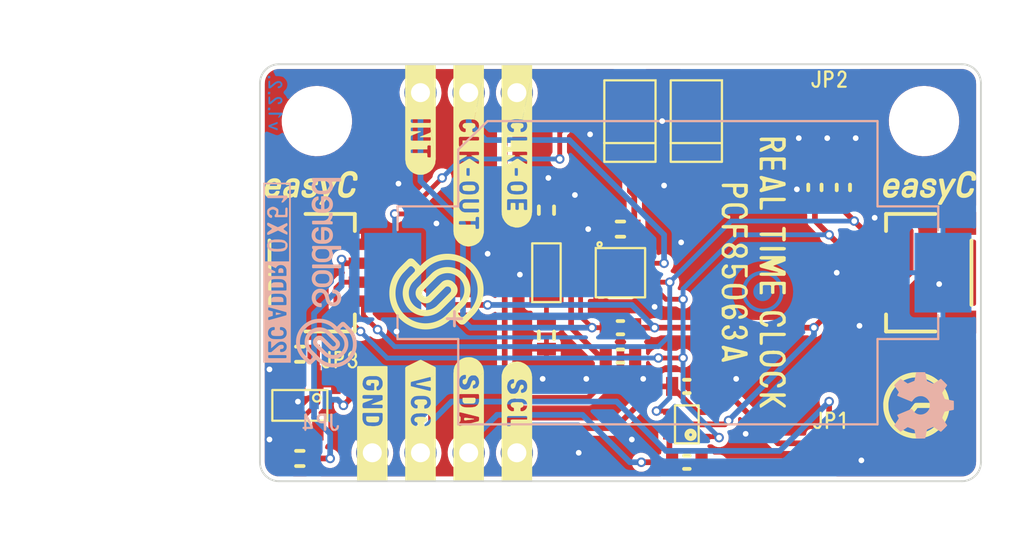
<source format=kicad_pcb>
(kicad_pcb (version 20211014) (generator pcbnew)
  (title_block (title "Real time clock PCF85063A") (date "2021-11-26") (rev "V1.2.2.") (company "SOLDERED") (comment 1 "333051"))
  (layers (0 "F.Cu" signal) (31 "B.Cu" signal) (34 "B.Paste" user) (35 "F.Paste" user) (36 "B.SilkS" user "B.Silkscreen") (37 "F.SilkS" user "F.Silkscreen") (38 "B.Mask" user) (39 "F.Mask" user) (44 "Edge.Cuts" user))
  (net 0 "")
  (net 1 "GND")
  (net 2 "Net-(C1-Pad1)")
  (net 3 "Net-(C2-Pad1)")
  (net 4 "VCC")
  (net 5 "Net-(C4-Pad2)")
  (net 6 "3V3")
  (net 7 "Net-(D1-Pad1)")
  (net 8 "SDA_PULL5")
  (net 9 "5V")
  (net 10 "SCL_PULL5")
  (net 11 "SDA_PULL3,3")
  (net 12 "SCL_PULL3,3")
  (net 13 "CLK_OE")
  (net 14 "CLK_OUT")
  (net 15 "INT")
  (net 16 "SDA3,3")
  (net 17 "SCL3,3")
  (net 18 "SCL5")
  (net 19 "SDA5")
  (footprint "e-radionica.com footprinti:0603R" (layer "F.Cu") (at 130.8 126.1)
    (fp_text reference "R5")
    (fp_text value "10k")
    (pad "1" smd rect locked (at -0.775 0 90) (size 1 0.64) (layers "F.Cu" "F.Paste" "F.Mask") (net 19 "SDA5"))
    (pad "2" smd rect locked (at 0.775 0 90) (size 1 0.64) (layers "F.Cu" "F.Paste" "F.Mask") (net 8 "SDA_PULL5"))
  )
  (footprint "e-radionica.com footprinti:KRISTAL_3215" (layer "F.Cu") (at 123.4 116.1 90)
    (fp_text reference "X1")
    (fp_text value "32.768kHz-3215")
    (pad "1" smd rect locked (at -1.25 0 90) (size 1 1.8) (layers "F.Cu" "F.Paste" "F.Mask") (net 2 "Net-(C1-Pad1)"))
    (pad "2" smd rect locked (at 1.25 0 90) (size 1 1.8) (layers "F.Cu" "F.Paste" "F.Mask") (net 3 "Net-(C2-Pad1)"))
  )
  (footprint "buzzardLabel" (layer "F.Cu") (at 121.84 127.5 -90)
    (fp_text reference "" (at 0 0 90) (layer "F.SilkS") (effects (font (size 1.27 1.27))))
    (fp_text value "" (at 0 0 90) (layer "F.SilkS") (effects (font (size 1.27 1.27))))
  )
  (footprint "e-radionica.com footprinti:SMD-JUMPER-CONNECTED_TRACE_SLODERMASK" (layer "F.Cu") (at 112.65 122)
    (fp_text reference "JP3")
    (fp_text value "SMD-JUMPER-CONNECTED_TRACE_SLODERMASK")
    (fp_poly (pts (xy 0.1 0.1) (xy -0.1 0.1) (xy -0.1 -0.1) (xy 0.1 -0.1)) (layer "F.Cu") (width 0.1) (fill solid))
    (pad "1" smd rect locked (at -0.35 0) (size 0.5 1) (layers "F.Cu" "F.Mask") (net 5 "Net-(C4-Pad2)"))
    (pad "2" smd rect locked (at 0.35 0) (size 0.5 1) (layers "F.Cu" "F.Mask") (net 9 "5V"))
  )
  (footprint "Soldered Graphics:Symbol-Front-Clock" (layer "F.Cu") (at 142.9 123.1 -90)
    (fp_text reference "G***" hide)
    (fp_text value "LOGO" hide)
  )
  (footprint "buzzardLabel" (layer "F.Cu") (at 135.3 116.1 -90)
    (fp_text reference "" (at 0 0 90) (layer "F.SilkS") (effects (font (size 1.27 1.27))))
    (fp_text value "" (at 0 0 90) (layer "F.SilkS") (effects (font (size 1.27 1.27))))
  )
  (footprint "Soldered Graphics:Logo-Front-easyC-5mm" (layer "F.Cu") (at 143.6 111.6)
    (fp_text reference "G***" hide)
    (fp_text value "LOGO" hide)
  )
  (footprint "Soldered Graphics:Logo-Back-OSH-3.5mm" (layer "F.Cu") (at 143.3 123.1 -90)
    (fp_text reference "G***" hide)
    (fp_text value "LOGO" hide)
  )
  (footprint "buzzardLabel" (layer "F.Cu") (at 119.3 127.5 -90)
    (fp_text reference "" (at 0 0 90) (layer "F.SilkS") (effects (font (size 1.27 1.27))))
    (fp_text value "" (at 0 0 90) (layer "F.SilkS") (effects (font (size 1.27 1.27))))
  )
  (footprint "e-radionica.com footprinti:0603C" (layer "F.Cu") (at 127.3 113.8)
    (fp_text reference "C3")
    (fp_text value "0.1uF")
    (pad "1" smd rect locked (at -0.73 0) (size 0.66 1) (layers "F.Cu" "F.Paste" "F.Mask") (net 1 "GND"))
    (pad "2" smd rect locked (at 0.73 0) (size 0.66 1) (layers "F.Cu" "F.Paste" "F.Mask") (net 4 "VCC"))
  )
  (footprint "e-radionica.com footprinti:0603C" (layer "F.Cu") (at 123.4 112.8 90)
    (fp_text reference "C2")
    (fp_text value "7pF")
    (pad "1" smd rect locked (at -0.73 0 90) (size 0.66 1) (layers "F.Cu" "F.Paste" "F.Mask") (net 3 "Net-(C2-Pad1)"))
    (pad "2" smd rect locked (at 0.73 0 90) (size 0.66 1) (layers "F.Cu" "F.Paste" "F.Mask") (net 1 "GND"))
  )
  (footprint "e-radionica.com footprinti:FIDUCIAL_23" (layer "F.Cu") (at 110.3 116.1 -90)
    (fp_text reference "FD1")
    (fp_text value "FIDUCIAL")
    (fp_circle (center 0 0) (end 1 0) (layer "F.Cu") (width 0.2) (fill none))
    (pad "1" smd circle (at 0 0 270) (size 1 1) (layers "F.Cu" "F.Paste" "F.Mask") (clearance 1.1))
  )
  (footprint "e-radionica.com footprinti:0603C" (layer "F.Cu") (at 110.4 125.9)
    (fp_text reference "C5")
    (fp_text value "2.2uF")
    (pad "1" smd rect locked (at -0.73 0) (size 0.66 1) (layers "F.Cu" "F.Paste" "F.Mask") (net 1 "GND"))
    (pad "2" smd rect locked (at 0.73 0) (size 0.66 1) (layers "F.Cu" "F.Paste" "F.Mask") (net 6 "3V3"))
  )
  (footprint "e-radionica.com footprinti:HOLE_3.2mm" (layer "F.Cu") (at 111.3 108.1 -90)
    (fp_text reference "H2" hide)
    (fp_text value "HOLE_3.2mm" hide)
    (pad "" np_thru_hole circle locked (at 0 0 270) (size 3.2 3.2) (drill 3.2) (layers F&B.Cu *.Mask))
  )
  (footprint "buzzardLabel" (layer "F.Cu") (at 116.76 127.5 -90)
    (fp_text reference "" (at 0 0 90) (layer "F.SilkS") (effects (font (size 1.27 1.27))))
    (fp_text value "" (at 0 0 90) (layer "F.SilkS") (effects (font (size 1.27 1.27))))
  )
  (footprint "Soldered Graphics:Logo-Front-Soldered-5mm" (layer "F.Cu") (at 117.6 117.1 -90)
    (fp_text reference "G***" hide)
    (fp_text value "LOGO" hide)
  )
  (footprint "e-radionica.com footprinti:SMD_JUMPER_3_PAD_TRACE" (layer "F.Cu") (at 138.3 107.1 180)
    (fp_text reference "JP2")
    (fp_text value "SMD_JUMPER_3_PAD_TRACE")
    (fp_poly (pts (xy 0.45 0.05) (xy 0.25 0.05) (xy 0.25 -0.05) (xy 0.45 -0.05)) (layer "F.Cu") (width 0.1) (fill solid))
    (fp_poly (pts (xy -0.25 0.05) (xy -0.45 0.05) (xy -0.45 -0.05) (xy -0.25 -0.05)) (layer "F.Cu") (width 0.1) (fill solid))
    (pad "1" smd rect locked (at -0.7 0) (size 0.5 1) (layers "F.Cu" "F.Mask") (net 12 "SCL_PULL3,3"))
    (pad "2" smd custom locked (at 0 0) (size 0.5 1) (layers "F.Cu" "F.Mask") (net 6 "3V3") (options (clearance outline) (anchor rect)) (primitives))
    (pad "3" smd rect locked (at 0.7 0) (size 0.5 1) (layers "F.Cu" "F.Mask") (net 11 "SDA_PULL3,3"))
  )
  (footprint "e-radionica.com footprinti:M4_DIODA" (layer "F.Cu") (at 131.3 108.1 -90)
    (fp_text reference "D2")
    (fp_text value "M4_DIODA")
    (pad "1" smd rect locked (at -1.69 0 270) (size 1.27 1.47) (layers "F.Cu" "F.Paste" "F.Mask") (net 6 "3V3"))
    (pad "2" smd rect locked (at 1.69 0 270) (size 1.27 1.47) (layers "F.Cu" "F.Paste" "F.Mask") (net 4 "VCC"))
  )
  (footprint "e-radionica.com footprinti:0603C" (layer "F.Cu") (at 123.4 119.4 -90)
    (fp_text reference "C1")
    (fp_text value "7pF")
    (pad "1" smd rect locked (at -0.73 0 270) (size 0.66 1) (layers "F.Cu" "F.Paste" "F.Mask") (net 2 "Net-(C1-Pad1)"))
    (pad "2" smd rect locked (at 0.73 0 270) (size 0.66 1) (layers "F.Cu" "F.Paste" "F.Mask") (net 1 "GND"))
  )
  (footprint "e-radionica.com footprinti:0603R" (layer "F.Cu") (at 139.05 111.6 90)
    (fp_text reference "R6")
    (fp_text value "10k")
    (pad "1" smd rect locked (at -0.775 0 180) (size 1 0.64) (layers "F.Cu" "F.Paste" "F.Mask") (net 17 "SCL3,3"))
    (pad "2" smd rect locked (at 0.775 0 180) (size 1 0.64) (layers "F.Cu" "F.Paste" "F.Mask") (net 12 "SCL_PULL3,3"))
  )
  (footprint "buzzardLabel" (layer "F.Cu") (at 138.3 105.9)
    (fp_text reference "" (at 0 0) (layer "F.SilkS") (effects (font (size 1.27 1.27))))
    (fp_text value "" (at 0 0) (layer "F.SilkS") (effects (font (size 1.27 1.27))))
  )
  (footprint "e-radionica.com footprinti:SOT-23-5" (layer "F.Cu") (at 110.4 123.1 -90)
    (fp_text reference "U3")
    (fp_text value "SE5218")
    (pad "1" smd rect (at -1.3 -0.95 270) (size 1.1 0.6) (layers "F.Cu" "F.Paste" "F.Mask") (net 5 "Net-(C4-Pad2)"))
    (pad "2" smd rect (at -1.3 0 270) (size 1.1 0.6) (layers "F.Cu" "F.Paste" "F.Mask") (net 1 "GND"))
    (pad "3" smd rect (at -1.3 0.95 270) (size 1.1 0.6) (layers "F.Cu" "F.Paste" "F.Mask") (net 5 "Net-(C4-Pad2)"))
    (pad "4" smd rect (at 1.3 0.95 270) (size 1.1 0.6) (layers "F.Cu" "F.Paste" "F.Mask"))
    (pad "5" smd rect (at 1.3 -0.95 270) (size 1.1 0.6) (layers "F.Cu" "F.Paste" "F.Mask") (net 6 "3V3"))
  )
  (footprint "buzzardLabel" (layer "F.Cu") (at 133.3 116.1 -90)
    (fp_text reference "" (at 0 0 90) (layer "F.SilkS") (effects (font (size 1.27 1.27))))
    (fp_text value "" (at 0 0 90) (layer "F.SilkS") (effects (font (size 1.27 1.27))))
  )
  (footprint "e-radionica.com footprinti:0603R" (layer "F.Cu") (at 127.3 120.5 180)
    (fp_text reference "R4")
    (fp_text value "10k")
    (pad "1" smd rect locked (at -0.775 0 270) (size 1 0.64) (layers "F.Cu" "F.Paste" "F.Mask") (net 1 "GND"))
    (pad "2" smd rect locked (at 0.775 0 270) (size 1 0.64) (layers "F.Cu" "F.Paste" "F.Mask") (net 13 "CLK_OE"))
  )
  (footprint "buzzardLabel" (layer "F.Cu") (at 112.5 120.7)
    (fp_text reference "" (at 0 0) (layer "F.SilkS") (effects (font (size 1.27 1.27))))
    (fp_text value "" (at 0 0) (layer "F.SilkS") (effects (font (size 1.27 1.27))))
  )
  (footprint "buzzardLabel" (layer "F.Cu") (at 138.3 123.9)
    (fp_text reference "" (at 0 0) (layer "F.SilkS") (effects (font (size 1.27 1.27))))
    (fp_text value "" (at 0 0) (layer "F.SilkS") (effects (font (size 1.27 1.27))))
  )
  (footprint "buzzardLabel" (layer "F.Cu") (at 121.84 104.7 -90)
    (fp_text reference "" (at 0 0 90) (layer "F.SilkS") (effects (font (size 1.27 1.27))))
    (fp_text value "" (at 0 0 90) (layer "F.SilkS") (effects (font (size 1.27 1.27))))
  )
  (footprint "e-radionica.com footprinti:0603R" (layer "F.Cu") (at 137.55 111.6 -90)
    (fp_text reference "R1")
    (fp_text value "10k")
    (pad "1" smd rect locked (at -0.775 0) (size 1 0.64) (layers "F.Cu" "F.Paste" "F.Mask") (net 11 "SDA_PULL3,3"))
    (pad "2" smd rect locked (at 0.775 0) (size 1 0.64) (layers "F.Cu" "F.Paste" "F.Mask") (net 16 "SDA3,3"))
  )
  (footprint "e-radionica.com footprinti:HOLE_3.2mm" (layer "F.Cu") (at 143.3 108.1 -90)
    (fp_text reference "H1" hide)
    (fp_text value "HOLE_3.2mm" hide)
    (pad "" np_thru_hole circle locked (at 0 0 270) (size 3.2 3.2) (drill 3.2) (layers F&B.Cu *.Mask))
  )
  (footprint "buzzardLabel" (layer "F.Cu") (at 114.22 127.5 -90)
    (fp_text reference "" (at 0 0 90) (layer "F.SilkS") (effects (font (size 1.27 1.27))))
    (fp_text value "" (at 0 0 90) (layer "F.SilkS") (effects (font (size 1.27 1.27))))
  )
  (footprint "e-radionica.com footprinti:0603C" (layer "F.Cu") (at 110.4 120.4)
    (fp_text reference "C4")
    (fp_text value "2.2uF")
    (pad "1" smd rect locked (at -0.73 0) (size 0.66 1) (layers "F.Cu" "F.Paste" "F.Mask") (net 1 "GND"))
    (pad "2" smd rect locked (at 0.73 0) (size 0.66 1) (layers "F.Cu" "F.Paste" "F.Mask") (net 5 "Net-(C4-Pad2)"))
  )
  (footprint "e-radionica.com footprinti:0603R" (layer "F.Cu") (at 127.3 119)
    (fp_text reference "R3")
    (fp_text value "10k")
    (pad "1" smd rect locked (at -0.775 0 90) (size 1 0.64) (layers "F.Cu" "F.Paste" "F.Mask") (net 15 "INT"))
    (pad "2" smd rect locked (at 0.775 0 90) (size 1 0.64) (layers "F.Cu" "F.Paste" "F.Mask") (net 6 "3V3"))
  )
  (footprint "buzzardLabel" (layer "F.Cu") (at 119.3 104.7 -90)
    (fp_text reference "" (at 0 0 90) (layer "F.SilkS") (effects (font (size 1.27 1.27))))
    (fp_text value "" (at 0 0 90) (layer "F.SilkS") (effects (font (size 1.27 1.27))))
  )
  (footprint "e-radionica.com footprinti:easyC-connector" (layer "F.Cu") (at 143 116.1 -90)
    (fp_text reference "K4")
    (fp_text value "easyC-SMD")
    (pad "1" smd rect locked (at -1.5 2.15 270) (size 0.6 1.55) (layers "F.Cu" "F.Paste" "F.Mask") (net 17 "SCL3,3"))
    (pad "2" smd rect locked (at -0.5 2.15 270) (size 0.6 1.55) (layers "F.Cu" "F.Paste" "F.Mask") (net 16 "SDA3,3"))
    (pad "3" smd rect locked (at 0.5 2.15 270) (size 0.6 1.55) (layers "F.Cu" "F.Paste" "F.Mask") (net 6 "3V3"))
    (pad "4" smd rect locked (at 1.5 2.15 270) (size 0.6 1.55) (layers "F.Cu" "F.Paste" "F.Mask") (net 1 "GND"))
    (pad "5" smd rect locked (at 2.6 -2.15 270) (size 1.2 1.8) (layers "F.Cu" "F.Paste" "F.Mask") (net 1 "GND"))
    (pad "5" smd rect locked (at -2.6 -2.15 270) (size 1.2 1.8) (layers "F.Cu" "F.Paste" "F.Mask") (net 1 "GND"))
  )
  (footprint "e-radionica.com footprinti:M4_DIODA" (layer "F.Cu") (at 127.8 108.1 -90)
    (fp_text reference "D1")
    (fp_text value "M4_DIODA")
    (pad "1" smd rect locked (at -1.69 0 270) (size 1.27 1.47) (layers "F.Cu" "F.Paste" "F.Mask") (net 7 "Net-(D1-Pad1)"))
    (pad "2" smd rect locked (at 1.69 0 270) (size 1.27 1.47) (layers "F.Cu" "F.Paste" "F.Mask") (net 4 "VCC"))
  )
  (footprint "Soldered Graphics:Logo-Front-easyC-5mm" (layer "F.Cu") (at 111 111.6)
    (fp_text reference "G***" hide)
    (fp_text value "LOGO" hide)
  )
  (footprint "Soldered Graphics:Logo-Back-SolderedFULL-10mm" (layer "F.Cu") (at 111.8 116.1 -90)
    (fp_text reference "G***" hide)
    (fp_text value "LOGO" hide)
  )
  (footprint "buzzardLabel" (layer "F.Cu") (at 116.76 104.7 -90)
    (fp_text reference "" (at 0 0 90) (layer "F.SilkS") (effects (font (size 1.27 1.27))))
    (fp_text value "" (at 0 0 90) (layer "F.SilkS") (effects (font (size 1.27 1.27))))
  )
  (footprint "e-radionica.com footprinti:SMD_JUMPER_3_PAD_TRACE" (layer "F.Cu") (at 138.3 125.1)
    (fp_text reference "JP1")
    (fp_text value "SMD_JUMPER_3_PAD_TRACE")
    (fp_poly (pts (xy -0.25 0.05) (xy -0.45 0.05) (xy -0.45 -0.05) (xy -0.25 -0.05)) (layer "F.Cu") (width 0.1) (fill solid))
    (fp_poly (pts (xy 0.45 0.05) (xy 0.25 0.05) (xy 0.25 -0.05) (xy 0.45 -0.05)) (layer "F.Cu") (width 0.1) (fill solid))
    (pad "1" smd rect locked (at -0.7 0 180) (size 0.5 1) (layers "F.Cu" "F.Mask") (net 10 "SCL_PULL5"))
    (pad "2" smd custom locked (at 0 0 180) (size 0.5 1) (layers "F.Cu" "F.Mask") (net 9 "5V") (options (clearance outline) (anchor rect)) (primitives))
    (pad "3" smd rect locked (at 0.7 0 180) (size 0.5 1) (layers "F.Cu" "F.Mask") (net 8 "SDA_PULL5"))
  )
  (footprint "e-radionica.com footprinti:SOT-363" (layer "F.Cu") (at 130.8 124.1 180)
    (fp_text reference "U1")
    (fp_text value "NMOS-DUAL")
    (pad "1" smd rect (at -0.92 -0.65 270) (size 0.3 0.66) (layers "F.Cu" "F.Paste" "F.Mask") (net 16 "SDA3,3"))
    (pad "2" smd rect (at -0.92 0 270) (size 0.3 0.66) (layers "F.Cu" "F.Paste" "F.Mask") (net 6 "3V3"))
    (pad "3" smd rect (at -0.92 0.65 270) (size 0.3 0.66) (layers "F.Cu" "F.Paste" "F.Mask") (net 18 "SCL5"))
    (pad "4" smd rect (at 0.92 0.65 270) (size 0.3 0.66) (layers "F.Cu" "F.Paste" "F.Mask") (net 17 "SCL3,3"))
    (pad "5" smd rect (at 0.92 0 270) (size 0.3 0.66) (layers "F.Cu" "F.Paste" "F.Mask") (net 6 "3V3"))
    (pad "6" smd rect (at 0.92 -0.65 270) (size 0.3 0.66) (layers "F.Cu" "F.Paste" "F.Mask") (net 19 "SDA5"))
  )
  (footprint "e-radionica.com footprinti:easyC-connector" (layer "F.Cu") (at 111.6 116.1 90)
    (fp_text reference "K3")
    (fp_text value "easyC-SMD")
    (pad "1" smd rect locked (at -1.5 2.15 90) (size 0.6 1.55) (layers "F.Cu" "F.Paste" "F.Mask") (net 17 "SCL3,3"))
    (pad "2" smd rect locked (at -0.5 2.15 90) (size 0.6 1.55) (layers "F.Cu" "F.Paste" "F.Mask") (net 16 "SDA3,3"))
    (pad "3" smd rect locked (at 0.5 2.15 90) (size 0.6 1.55) (layers "F.Cu" "F.Paste" "F.Mask") (net 6 "3V3"))
    (pad "4" smd rect locked (at 1.5 2.15 90) (size 0.6 1.55) (layers "F.Cu" "F.Paste" "F.Mask") (net 1 "GND"))
    (pad "5" smd rect locked (at -2.6 -2.15 90) (size 1.2 1.8) (layers "F.Cu" "F.Paste" "F.Mask") (net 1 "GND"))
    (pad "5" smd rect locked (at 2.6 -2.15 90) (size 1.2 1.8) (layers "F.Cu" "F.Paste" "F.Mask") (net 1 "GND"))
  )
  (footprint "e-radionica.com footprinti:0603R" (layer "F.Cu") (at 130.8 122.1 180)
    (fp_text reference "R2")
    (fp_text value "10k")
    (pad "1" smd rect locked (at -0.775 0 270) (size 1 0.64) (layers "F.Cu" "F.Paste" "F.Mask") (net 10 "SCL_PULL5"))
    (pad "2" smd rect locked (at 0.775 0 270) (size 1 0.64) (layers "F.Cu" "F.Paste" "F.Mask") (net 18 "SCL5"))
  )
  (footprint "e-radionica.com footprinti:PCF85063A" (layer "F.Cu") (at 127.3 116.1)
    (fp_text reference "U2")
    (fp_text value "PCF85063A")
    (pad "" smd rect (at 0 0) (size 1.1 2.3) (layers "F.Cu" "F.Paste" "F.Mask"))
    (pad "1" smd rect (at -1.3 -1) (size 0.7 0.25) (layers "F.Cu" "F.Paste" "F.Mask") (net 3 "Net-(C2-Pad1)"))
    (pad "2" smd rect (at -1.3 -0.5) (size 0.7 0.25) (layers "F.Cu" "F.Paste" "F.Mask") (net 2 "Net-(C1-Pad1)"))
    (pad "3" smd rect (at -1.3 0) (size 0.7 0.25) (layers "F.Cu" "F.Paste" "F.Mask") (net 13 "CLK_OE"))
    (pad "4" smd rect (at -1.3 0.5) (size 0.7 0.25) (layers "F.Cu" "F.Paste" "F.Mask") (net 15 "INT"))
    (pad "5" smd rect (at -1.3 1) (size 0.7 0.25) (layers "F.Cu" "F.Paste" "F.Mask") (net 1 "GND"))
    (pad "6" smd rect (at 1.3 1) (size 0.7 0.25) (layers "F.Cu" "F.Paste" "F.Mask") (net 16 "SDA3,3"))
    (pad "7" smd rect (at 1.3 0.5) (size 0.7 0.25) (layers "F.Cu" "F.Paste" "F.Mask") (net 17 "SCL3,3"))
    (pad "8" smd rect (at 1.3 0) (size 0.7 0.25) (layers "F.Cu" "F.Paste" "F.Mask"))
    (pad "9" smd rect (at 1.3 -0.5) (size 0.7 0.25) (layers "F.Cu" "F.Paste" "F.Mask") (net 14 "CLK_OUT"))
    (pad "10" smd rect (at 1.3 -1) (size 0.7 0.25) (layers "F.Cu" "F.Paste" "F.Mask") (net 4 "VCC"))
  )
  (footprint "buzzardLabel" (layer "B.Cu") (at 109.2 113.5 90)
    (fp_text reference "" (at 0 0 90) (layer "B.SilkS") (effects (font (size 1.27 1.27)) (justify mirror)))
    (fp_text value "" (at 0 0 90) (layer "B.SilkS") (effects (font (size 1.27 1.27)) (justify mirror)))
  )
  (footprint "Soldered Graphics:Version1.2.2." (layer "B.Cu") (at 109.1 107.1 90)
    (fp_text reference "REF**" hide)
    (fp_text value "Version1.2.2." hide)
    (fp_poly (pts (xy 1.27 -0.38) (xy 1.32 -0.38) (xy 1.38 -0.37) (xy 1.38 -0.33) (xy 1.38 -0.27) (xy 1.34 -0.26) (xy 1.29 -0.26) (xy 1.26 -0.29) (xy 1.26 -0.34) (xy 1.27 -0.38)) (layer "B.Cu") (width 0.01) (fill solid))
    (fp_poly (pts (xy -0.09 -0.35) (xy 0.24 -0.35) (xy 0.28 -0.33) (xy 0.28 -0.28) (xy 0.24 -0.27) (xy 0.02 -0.27) (xy 0.03 -0.23) (xy 0.2 -0.02) (xy 0.23 0.03) (xy 0.25 0.08) (xy 0.27 0.13) (xy 0.27 0.18) (xy 0.26 0.24) (xy 0.25 0.29) (xy 0.22 0.32) (xy 0.17 0.36) (xy 0.12 0.38) (xy 0.06 0.38) (xy 0 0.36) (xy -0.04 0.32) (xy -0.07 0.29) (xy -0.09 0.24) (xy -0.1 0.19) (xy -0.09 0.14) (xy -0.03 0.14) (xy -0.01 0.18) (xy 0 0.23) (xy 0.03 0.27) (xy 0.08 0.29) (xy 0.13 0.29) (xy 0.17 0.24) (xy 0.18 0.19) (xy 0.17 0.14) (xy 0.16 0.09) (xy 0.13 0.04) (xy -0.08 -0.21) (xy -0.11 -0.26) (xy -0.11 -0.31) (xy -0.09 -0.35)) (layer "B.Cu") (width 0.01) (fill solid))
    (fp_poly (pts (xy 0.75 -0.35) (xy 1.08 -0.35) (xy 1.12 -0.33) (xy 1.12 -0.28) (xy 1.08 -0.27) (xy 0.86 -0.27) (xy 0.87 -0.23) (xy 1.04 -0.02) (xy 1.07 0.03) (xy 1.09 0.08) (xy 1.11 0.13) (xy 1.11 0.18) (xy 1.1 0.24) (xy 1.09 0.29) (xy 1.06 0.32) (xy 1.01 0.36) (xy 0.96 0.38) (xy 0.9 0.38) (xy 0.84 0.36) (xy 0.8 0.32) (xy 0.77 0.29) (xy 0.75 0.24) (xy 0.74 0.19) (xy 0.75 0.14) (xy 0.81 0.14) (xy 0.83 0.18) (xy 0.84 0.23) (xy 0.87 0.27) (xy 0.92 0.29) (xy 0.97 0.29) (xy 1.01 0.24) (xy 1.02 0.19) (xy 1.01 0.14) (xy 1 0.09) (xy 0.97 0.04) (xy 0.76 -0.21) (xy 0.73 -0.26) (xy 0.73 -0.31) (xy 0.75 -0.35)) (layer "B.Cu") (width 0.01) (fill solid))
    (fp_poly (pts (xy -0.63 -0.35) (xy -0.58 -0.35) (xy -0.56 -0.31) (xy -0.56 0.35) (xy -0.6 0.38) (xy -0.65 0.38) (xy -0.69 0.34) (xy -0.8 0.22) (xy -0.82 0.17) (xy -0.79 0.16) (xy -0.7 0.22) (xy -0.66 0.23) (xy -0.66 -0.31) (xy -0.63 -0.35)) (layer "B.Cu") (width 0.01) (fill solid))
    (fp_poly (pts (xy -0.41 -0.38) (xy -0.36 -0.38) (xy -0.3 -0.37) (xy -0.3 -0.33) (xy -0.3 -0.27) (xy -0.34 -0.26) (xy -0.39 -0.26) (xy -0.42 -0.29) (xy -0.42 -0.34) (xy -0.41 -0.38)) (layer "B.Cu") (width 0.01) (fill solid))
    (fp_poly (pts (xy -1.29 -0.35) (xy -1.23 -0.35) (xy -1.21 -0.31) (xy -1.05 0.1) (xy -1.07 0.13) (xy -1.13 0.13) (xy -1.15 0.1) (xy -1.24 -0.16) (xy -1.26 -0.21) (xy -1.29 -0.17) (xy -1.37 0.09) (xy -1.4 0.13) (xy -1.46 0.13) (xy -1.48 0.1) (xy -1.32 -0.31) (xy -1.29 -0.35)) (layer "B.Cu") (width 0.01) (fill solid))
    (fp_poly (pts (xy 0.43 -0.38) (xy 0.48 -0.38) (xy 0.54 -0.37) (xy 0.54 -0.33) (xy 0.54 -0.27) (xy 0.5 -0.26) (xy 0.45 -0.26) (xy 0.42 -0.29) (xy 0.42 -0.34) (xy 0.43 -0.38)) (layer "B.Cu") (width 0.01) (fill solid))
  )
  (footprint "e-radionica.com footprinti:HEADER_MALE_4X1" (layer "B.Cu") (at 118.03 125.6)
    (fp_text reference "K5")
    (fp_text value "HEADER_MALE_4X1")
    (pad "1" thru_hole circle locked (at -3.81 0) (size 1.7 1.7) (drill 1) (layers *.Cu *.Mask) (net 1 "GND"))
    (pad "2" thru_hole circle locked (at -1.27 0) (size 1.7 1.7) (drill 1) (layers *.Cu *.Mask) (net 9 "5V"))
    (pad "3" thru_hole circle locked (at 1.27 0) (size 1.7 1.7) (drill 1) (layers *.Cu *.Mask) (net 19 "SDA5"))
    (pad "4" thru_hole circle locked (at 3.81 0) (size 1.7 1.7) (drill 1) (layers *.Cu *.Mask) (net 18 "SCL5"))
  )
  (footprint "Soldered Graphics:Symbol-Front-I2C-ADDR-Field" (layer "B.Cu") (at 109.2 116.1 90)
    (fp_text reference "REF**" hide)
    (fp_text value "Symbol-Front-I2C-ADDR-Field" hide)
  )
  (footprint "e-radionica.com footprinti:CR2032-BS-6-1" (layer "B.Cu") (at 129.8 116.1 180)
    (fp_text reference "K1")
    (fp_text value "CR2032_BS-6_HOLDER")
    (fp_text user "+" (at 11.25 -2.5 180 unlocked) (layer "B.SilkS") (effects (justify mirror)))
    (pad "+" smd rect locked (at 14.5 0 180) (size 3 4.2) (layers "B.Cu" "B.Paste" "B.Mask") (net 7 "Net-(D1-Pad1)"))
    (pad "-" smd rect locked (at -14.5 0 180) (size 3 4.2) (layers "B.Cu" "B.Paste" "B.Mask") (net 1 "GND"))
  )
  (footprint "e-radionica.com footprinti:FIDUCIAL_23" (layer "B.Cu") (at 134.8 117.1 180)
    (fp_text reference "FD2")
    (fp_text value "FIDUCIAL")
    (fp_circle (center 0 0) (end 1 0) (layer "B.Cu") (width 0.2) (fill none))
    (pad "1" smd circle (at 0 0 180) (size 1 1) (layers "B.Cu" "B.Paste" "B.Mask") (clearance 1.1))
  )
  (footprint "buzzardLabel" (layer "B.Cu") (at 111.5 124 180)
    (fp_text reference "" (at 0 0) (layer "B.SilkS") (effects (font (size 1.27 1.27)) (justify mirror)))
    (fp_text value "" (at 0 0) (layer "B.SilkS") (effects (font (size 1.27 1.27)) (justify mirror)))
  )
  (footprint "e-radionica.com footprinti:HEADER_MALE_3X1" (layer "B.Cu") (at 119.3 106.6)
    (fp_text reference "K2")
    (fp_text value "HEADER_MALE_3X1")
    (pad "1" thru_hole circle locked (at -2.54 0) (size 1.7 1.7) (drill 1) (layers *.Cu *.Mask) (net 15 "INT"))
    (pad "2" thru_hole circle locked (at 0 0) (size 1.7 1.7) (drill 1) (layers *.Cu *.Mask) (net 14 "CLK_OUT"))
    (pad "3" thru_hole circle locked (at 2.54 0) (size 1.7 1.7) (drill 1) (layers *.Cu *.Mask) (net 13 "CLK_OE"))
  )
  (footprint "e-radionica.com footprinti:SMD_JUMPER" (layer "B.Cu") (at 111.5 122.8 180)
    (fp_text reference "JP4")
    (fp_text value "SMD_JUMPER")
    (pad "1" smd rect locked (at -0.35 0 180) (size 0.5 1) (layers "B.Cu" "B.Mask") (net 9 "5V"))
    (pad "2" smd rect locked (at 0.35 0 180) (size 0.5 1) (layers "B.Cu" "B.Mask") (net 6 "3V3"))
  )
  (gr_arc (start 145.3 105.1) (mid 146.007107 105.392893) (end 146.3 106.1) (layer "Edge.Cuts") (width 0.1))
  (gr_line (start 145.3 127.1) (end 109.3 127.1) (layer "Edge.Cuts") (width 0.1))
  (gr_line (start 146.3 106.1) (end 146.3 126.1) (layer "Edge.Cuts") (width 0.1))
  (gr_arc (start 146.3 126.1) (mid 146.007107 126.807107) (end 145.3 127.1) (layer "Edge.Cuts") (width 0.1))
  (gr_arc (start 109.3 127.1) (mid 108.592893 126.807107) (end 108.3 126.1) (layer "Edge.Cuts") (width 0.1))
  (gr_line (start 108.3 126.1) (end 108.3 106.1) (layer "Edge.Cuts") (width 0.1))
  (gr_line (start 109.3 105.1) (end 145.3 105.1) (layer "Edge.Cuts") (width 0.1))
  (gr_arc (start 108.3 106.1) (mid 108.592893 105.392893) (end 109.3 105.1) (layer "Edge.Cuts") (width 0.1))
  (via (at 136.7 109) (size 0.5) (drill 0.3) (layers "F.Cu" "B.Cu") (net 1))
  (via (at 117.6 113.5) (size 0.5) (drill 0.3) (layers "F.Cu" "B.Cu") (net 1))
  (via (at 123.2 121.7) (size 0.5) (drill 0.3) (layers "F.Cu" "B.Cu") (net 1))
  (via (at 123.5 111.1) (size 0.5) (drill 0.3) (layers "F.Cu" "B.Cu") (net 1))
  (via (at 138.7 116.1) (size 0.5) (drill 0.3) (layers "F.Cu" "B.Cu") (net 1))
  (via (at 108.8 124.9) (size 0.5) (drill 0.3) (layers "F.Cu" "B.Cu") (net 1))
  (via (at 120.3 115.1) (size 0.5) (drill 0.3) (layers "F.Cu" "B.Cu") (net 1))
  (via (at 110.3 122.9) (size 0.5) (drill 0.3) (layers "F.Cu" "B.Cu") (net 1))
  (via (at 125.5 121.7) (size 0.5) (drill 0.3) (layers "F.Cu" "B.Cu") (net 1))
  (via (at 122 116.2) (size 0.5) (drill 0.3) (layers "F.Cu" "B.Cu") (net 1))
  (via (at 125.1 125.6) (size 0.5) (drill 0.3) (layers "F.Cu" "B.Cu") (net 1))
  (via (at 129.1 117.9) (size 0.5) (drill 0.3) (layers "F.Cu" "B.Cu") (net 1))
  (via (at 128.5 121.7) (size 0.5) (drill 0.3) (layers "F.Cu" "B.Cu") (net 1))
  (via (at 129.6 111.5) (size 0.5) (drill 0.3) (layers "F.Cu" "B.Cu") (net 1))
  (via (at 127.9 124.9) (size 0.5) (drill 0.3) (layers "F.Cu" "B.Cu") (net 1))
  (via (at 125.6 113.8) (size 0.5) (drill 0.3) (layers "F.Cu" "B.Cu") (net 1))
  (via (at 133.9 124.6) (size 0.5) (drill 0.3) (layers "F.Cu" "B.Cu") (net 1))
  (via (at 133.4 121.7) (size 0.5) (drill 0.3) (layers "F.Cu" "B.Cu") (net 1))
  (via (at 115.5 119.2) (size 0.5) (drill 0.3) (layers "F.Cu" "B.Cu") (net 1))
  (via (at 139.7 109) (size 0.5) (drill 0.3) (layers "F.Cu" "B.Cu") (net 1))
  (via (at 115.6 111.4) (size 0.5) (drill 0.3) (layers "F.Cu" "B.Cu") (net 1))
  (via (at 138.2 109) (size 0.5) (drill 0.3) (layers "F.Cu" "B.Cu") (net 1))
  (via (at 108.8 121.2) (size 0.5) (drill 0.3) (layers "F.Cu" "B.Cu") (net 1))
  (via (at 125.7 108.8) (size 0.5) (drill 0.3) (layers "F.Cu" "B.Cu") (net 1))
  (via (at 124.9 112) (size 0.5) (drill 0.3) (layers "F.Cu" "B.Cu") (net 1))
  (via (at 140 126) (size 0.5) (drill 0.3) (layers "F.Cu" "B.Cu") (net 1))
  (via (at 130.5 114.5) (size 0.5) (drill 0.3) (layers "F.Cu" "B.Cu") (net 1))
  (via (at 136.6 111.7) (size 0.5) (drill 0.3) (layers "F.Cu" "B.Cu") (net 1))
  (via (at 140.7 113.2) (size 0.5) (drill 0.3) (layers "F.Cu" "B.Cu") (net 1))
  (via (at 129.5 108.1) (size 0.5) (drill 0.3) (layers "F.Cu" "B.Cu") (net 1))
  (via (at 139.9 118.9) (size 0.5) (drill 0.3) (layers "F.Cu" "B.Cu") (net 1))
  (via (at 144.1 116.7) (size 0.5) (drill 0.3) (layers "F.Cu" "B.Cu") (net 1))
  (segment (start 123.6 117) (end 123.6 117.35) (width 0.254) (layer "F.Cu") (net 2))
  (segment (start 125 115.6) (end 123.6 117) (width 0.254) (layer "F.Cu") (net 2))
  (segment (start 123.4 117.35) (end 123.4 118.67) (width 0.25) (layer "F.Cu") (net 2))
  (segment (start 126.35 115.6) (end 125 115.6) (width 0.254) (layer "F.Cu") (net 2))
  (segment (start 125.15 114.85) (end 124 114.85) (width 0.254) (layer "F.Cu") (net 3))
  (segment (start 125.4 115.1) (end 125.15 114.85) (width 0.254) (layer "F.Cu") (net 3))
  (segment (start 123.4 114.85) (end 123.4 113.53) (width 0.25) (layer "F.Cu") (net 3))
  (segment (start 126.35 115.1) (end 125.4 115.1) (width 0.254) (layer "F.Cu") (net 3))
  (segment (start 127.8 109.79) (end 131.3 109.79) (width 0.3) (layer "F.Cu") (net 4))
  (segment (start 128.03 112.03) (end 128.03 113.8) (width 0.3) (layer "F.Cu") (net 4))
  (segment (start 127.8 109.79) (end 127.8 111.8) (width 0.3) (layer "F.Cu") (net 4))
  (segment (start 128.25 115.1) (end 128.25 114.02) (width 0.254) (layer "F.Cu") (net 4))
  (segment (start 127.8 111.8) (end 128.03 112.03) (width 0.3) (layer "F.Cu") (net 4))
  (segment (start 128.25 114.02) (end 128.03 113.8) (width 0.254) (layer "F.Cu") (net 4))
  (segment (start 111.35 121.05) (end 111.35 121.8) (width 0.3) (layer "F.Cu") (net 5))
  (segment (start 112.3 122) (end 111.55 122) (width 0.3) (layer "F.Cu") (net 5))
  (segment (start 111.35 122) (end 111.35 121.45) (width 0.3) (layer "F.Cu") (net 5))
  (segment (start 111.35 122) (end 111.35 122.95) (width 0.254) (layer "F.Cu") (net 5))
  (segment (start 110.7 123.6) (end 110 123.6) (width 0.254) (layer "F.Cu") (net 5))
  (segment (start 109.45 123.05) (end 109.45 122) (width 0.254) (layer "F.Cu") (net 5))
  (segment (start 111.35 122.95) (end 110.7 123.6) (width 0.254) (layer "F.Cu") (net 5))
  (segment (start 110 123.6) (end 109.45 123.05) (width 0.254) (layer "F.Cu") (net 5))
  (segment (start 111.55 122) (end 111.35 121.8) (width 0.3) (layer "F.Cu") (net 5))
  (segment (start 111.13 120.4) (end 111.13 120.83) (width 0.3) (layer "F.Cu") (net 5))
  (segment (start 111.13 120.83) (end 111.35 121.05) (width 0.3) (layer "F.Cu") (net 5))
  (segment (start 142.6 116.1) (end 142.1 116.6) (width 0.3) (layer "F.Cu") (net 6))
  (segment (start 131.72 124.1) (end 132.8 124.1) (width 0.3) (layer "F.Cu") (net 6))
  (segment (start 129.1 119) (end 128.075 119) (width 0.3) (layer "F.Cu") (net 6))
  (segment (start 114.9 115.6) (end 113.75 115.6) (width 0.3) (layer "F.Cu") (net 6))
  (segment (start 135.24 106.41) (end 135.85 105.8) (width 0.3) (layer "F.Cu") (net 6))
  (segment (start 135.85 105.8) (end 138.8 105.8) (width 0.3) (layer "F.Cu") (net 6))
  (segment (start 111.35 125.15) (end 111.1 125.4) (width 0.3) (layer "F.Cu") (net 6))
  (segment (start 138.3 107.1) (end 138.3 106.3) (width 0.3) (layer "F.Cu") (net 6))
  (segment (start 132.8 124.1) (end 133 123.9) (width 0.3) (layer "F.Cu") (net 6))
  (segment (start 137.5 119) (end 139.9 116.6) (width 0.3) (layer "F.Cu") (net 6))
  (segment (start 138.3 106.3) (end 138.8 105.8) (width 0.3) (layer "F.Cu") (net 6))
  (segment (start 139.6 105.8) (end 140.3 106.5) (width 0.3) (layer "F.Cu") (net 6))
  (segment (start 111.1 125.4) (end 111.1 125.87) (width 0.3) (layer "F.Cu") (net 6))
  (segment (start 117.1 117.8) (end 114.9 115.6) (width 0.3) (layer "F.Cu") (net 6))
  (segment (start 137.5 119) (end 129.1 119) (width 0.3) (layer "F.Cu") (net 6))
  (segment (start 111.35 124.4) (end 111.35 125.15) (width 0.3) (layer "F.Cu") (net 6))
  (segment (start 112.8 115.6) (end 113.75 115.6) (width 0.3) (layer "F.Cu") (net 6))
  (segment (start 120.3 117.8) (end 117.1 117.8) (width 0.3) (layer "F.Cu") (net 6))
  (segment (start 140.3 106.5) (end 140.3 111.6) (width 0.3) (layer "F.Cu") (net 6))
  (segment (start 113.75 115.6) (end 114.3 115.6) (width 0.3) (layer "F.Cu") (net 6))
  (segment (start 131.3 106.41) (end 135.24 106.41) (width 0.3) (layer "F.Cu") (net 6))
  (segment (start 139.9 116.6) (end 140.85 116.6) (width 0.3) (layer "F.Cu") (net 6))
  (segment (start 129.88 124.1) (end 131.72 124.1) (width 0.3) (layer "F.Cu") (net 6))
  (segment (start 142.6 113.9) (end 142.6 116.1) (width 0.3) (layer "F.Cu") (net 6))
  (segment (start 138.8 105.8) (end 139.6 105.8) (width 0.3) (layer "F.Cu") (net 6))
  (segment (start 140.3 111.6) (end 142.6 113.9) (width 0.3) (layer "F.Cu") (net 6))
  (segment (start 112.6 115.4) (end 112.8 115.6) (width 0.3) (layer "F.Cu") (net 6))
  (segment (start 111.1 125.87) (end 111.13 125.9) (width 0.3) (layer "F.Cu") (net 6))
  (segment (start 112 125.9) (end 111.13 125.9) (width 0.3) (layer "F.Cu") (net 6))
  (segment (start 142.1 116.6) (end 140.85 116.6) (width 0.3) (layer "F.Cu") (net 6))
  (via (at 112.6 115.4) (size 0.5) (drill 0.3) (layers "F.Cu" "B.Cu") (net 6))
  (via (at 133 123.9) (size 0.5) (drill 0.3) (layers "F.Cu" "B.Cu") (net 6))
  (via (at 120.3 117.8) (size 0.5) (drill 0.3) (layers "F.Cu" "B.Cu") (net 6))
  (via (at 129.1 119) (size 0.5) (drill 0.3) (layers "F.Cu" "B.Cu") (net 6))
  (via (at 137.5 119) (size 0.5) (drill 0.3) (layers "F.Cu" "B.Cu") (net 6))
  (via (at 112 125.9) (size 0.5) (drill 0.3) (layers "F.Cu" "B.Cu") (net 6))
  (segment (start 120.3 117.8) (end 127.9 117.8) (width 0.3) (layer "B.Cu") (net 6))
  (segment (start 137.5 119) (end 137.5 119.4) (width 0.3) (layer "B.Cu") (net 6))
  (segment (start 112.6 115.4) (end 112.6 116.8) (width 0.3) (layer "B.Cu") (net 6))
  (segment (start 111.15 118.25) (end 111.15 122.8) (width 0.3) (layer "B.Cu") (net 6))
  (segment (start 127.9 117.8) (end 129.1 119) (width 0.3) (layer "B.Cu") (net 6))
  (segment (start 112.6 116.8) (end 111.15 118.25) (width 0.3) (layer "B.Cu") (net 6))
  (segment (start 137.5 119.4) (end 133 123.9) (width 0.3) (layer "B.Cu") (net 6))
  (segment (start 111.15 123.75) (end 111.15 122.8) (width 0.3) (layer "B.Cu") (net 6))
  (segment (start 112 124.6) (end 111.15 123.75) (width 0.3) (layer "B.Cu") (net 6))
  (segment (start 112 125.9) (end 112 124.6) (width 0.3) (layer "B.Cu") (net 6))
  (segment (start 116 113) (end 115.4 113) (width 0.254) (layer "F.Cu") (net 7))
  (segment (start 117.9 111.1) (end 116 113) (width 0.254) (layer "F.Cu") (net 7))
  (segment (start 126.39 106.41) (end 124.6 108.2) (width 0.254) (layer "F.Cu") (net 7))
  (segment (start 124.6 108.2) (end 124.1 108.7) (width 0.254) (layer "F.Cu") (net 7))
  (segment (start 124.1 108.7) (end 124.1 110.1) (width 0.254) (layer "F.Cu") (net 7))
  (segment (start 127.8 106.41) (end 126.39 106.41) (width 0.254) (layer "F.Cu") (net 7))
  (via (at 124.1 110.1) (size 0.5) (drill 0.3) (layers "F.Cu" "B.Cu") (net 7))
  (via (at 115.4 113) (size 0.5) (drill 0.3) (layers "F.Cu" "B.Cu") (net 7))
  (via (at 117.9 111.1) (size 0.5) (drill 0.3) (layers "F.Cu" "B.Cu") (net 7))
  (segment (start 115.4 113) (end 115.4 116) (width 0.254) (layer "B.Cu") (net 7))
  (segment (start 118.9 110.1) (end 117.9 111.1) (width 0.254) (layer "B.Cu") (net 7))
  (segment (start 115.4 116) (end 115.3 116.1) (width 0.254) (layer "B.Cu") (net 7))
  (segment (start 121.7 110.1) (end 118.9 110.1) (width 0.254) (layer "B.Cu") (net 7))
  (segment (start 124.1 110.1) (end 121.7 110.1) (width 0.254) (layer "B.Cu") (net 7))
  (segment (start 139 125.1) (end 139 125.78002) (width 0.3) (layer "F.Cu") (net 8))
  (segment (start 138.48002 126.3) (end 132.7 126.3) (width 0.3) (layer "F.Cu") (net 8))
  (segment (start 132.7 126.3) (end 132.5 126.1) (width 0.3) (layer "F.Cu") (net 8))
  (segment (start 132.5 126.1) (end 131.575 126.1) (width 0.3) (layer "F.Cu") (net 8))
  (segment (start 139 125.78002) (end 138.48002 126.3) (width 0.3) (layer "F.Cu") (net 8))
  (segment (start 116.76 125.6) (end 116.76 122.96) (width 0.3) (layer "F.Cu") (net 9))
  (segment (start 113 122.8) (end 113 122) (width 0.3) (layer "F.Cu") (net 9))
  (segment (start 116.76 122.96) (end 115.8 122) (width 0.3) (layer "F.Cu") (net 9))
  (segment (start 115.8 122) (end 113 122) (width 0.3) (layer "F.Cu") (net 9))
  (segment (start 112.7 123.1) (end 113 122.8) (width 0.3) (layer "F.Cu") (net 9))
  (segment (start 138.3 122.9) (end 138.3 125.1) (width 0.3) (layer "F.Cu") (net 9))
  (via (at 138.3 122.9) (size 0.5) (drill 0.3) (layers "F.Cu" "B.Cu") (net 9))
  (via (at 112.7 123.1) (size 0.5) (drill 0.3) (layers "F.Cu" "B.Cu") (net 9))
  (segment (start 112.4 122.8) (end 111.85 122.8) (width 0.3) (layer "B.Cu") (net 9))
  (segment (start 138.3 122.9) (end 135.7 125.5) (width 0.3) (layer "B.Cu") (net 9))
  (segment (start 118.4 122.9) (end 116.76 124.54) (width 0.3) (layer "B.Cu") (net 9))
  (segment (start 135.7 125.5) (end 129.7 125.5) (width 0.3) (layer "B.Cu") (net 9))
  (segment (start 112.7 123.1) (end 112.4 122.8) (width 0.3) (layer "B.Cu") (net 9))
  (segment (start 116.76 124.54) (end 116.76 125.6) (width 0.3) (layer "B.Cu") (net 9))
  (segment (start 127.1 122.9) (end 118.4 122.9) (width 0.3) (layer "B.Cu") (net 9))
  (segment (start 129.7 125.5) (end 127.1 122.9) (width 0.3) (layer "B.Cu") (net 9))
  (segment (start 137.6 125.1) (end 135.6 125.1) (width 0.3) (layer "F.Cu") (net 10))
  (segment (start 132.6 122.1) (end 131.575 122.1) (width 0.3) (layer "F.Cu") (net 10))
  (segment (start 135.6 125.1) (end 132.6 122.1) (width 0.3) (layer "F.Cu") (net 10))
  (segment (start 137.6 110.775) (end 137.55 110.825) (width 0.3) (layer "F.Cu") (net 11))
  (segment (start 137.6 107.1) (end 137.6 110.775) (width 0.3) (layer "F.Cu") (net 11))
  (segment (start 139 107.1) (end 139 110.775) (width 0.3) (layer "F.Cu") (net 12))
  (segment (start 139 110.775) (end 139.05 110.825) (width 0.3) (layer "F.Cu") (net 12))
  (segment (start 124.7 116.574608) (end 124.7 119) (width 0.3) (layer "F.Cu") (net 13))
  (segment (start 121.2 121.6) (end 122.3 122.7) (width 0.3) (layer "F.Cu") (net 13))
  (segment (start 121.2 107.24) (end 121.2 121.6) (width 0.3) (layer "F.Cu") (net 13))
  (segment (start 125.6 122.7) (end 126.525 121.775) (width 0.3) (layer "F.Cu") (net 13))
  (segment (start 125.174608 116.1) (end 124.7 116.574608) (width 0.3) (layer "F.Cu") (net 13))
  (segment (start 126.35 116.1) (end 125.174608 116.1) (width 0.3) (layer "F.Cu") (net 13))
  (segment (start 126.2 120.5) (end 126.525 120.5) (width 0.3) (layer "F.Cu") (net 13))
  (segment (start 122.3 122.7) (end 125.6 122.7) (width 0.3) (layer "F.Cu") (net 13))
  (segment (start 121.84 106.6) (end 121.2 107.24) (width 0.3) (layer "F.Cu") (net 13))
  (segment (start 126.525 121.775) (end 126.525 120.5) (width 0.3) (layer "F.Cu") (net 13))
  (segment (start 124.7 119) (end 126.2 120.5) (width 0.3) (layer "F.Cu") (net 13))
  (segment (start 128.25 115.6) (end 129.6 115.6) (width 0.254) (layer "F.Cu") (net 14))
  (via (at 129.6 115.6) (size 0.5) (drill 0.3) (layers "F.Cu" "B.Cu") (net 14))
  (segment (start 124.6 109.1) (end 129.6 114.1) (width 0.3) (layer "B.Cu") (net 14))
  (segment (start 120.2 109.1) (end 124.6 109.1) (width 0.3) (layer "B.Cu") (net 14))
  (segment (start 129.6 114.1) (end 129.6 115.6) (width 0.3) (layer "B.Cu") (net 14))
  (segment (start 119.3 106.6) (end 119.3 108.2) (width 0.3) (layer "B.Cu") (net 14))
  (segment (start 119.3 108.2) (end 120.2 109.1) (width 0.3) (layer "B.Cu") (net 14))
  (segment (start 125.8 119) (end 126.525 119) (width 0.254) (layer "F.Cu") (net 15))
  (segment (start 125.2 116.8) (end 125.2 118.4) (width 0.254) (layer "F.Cu") (net 15))
  (segment (start 125.2 118.4) (end 125.35402 118.55402) (width 0.254) (layer "F.Cu") (net 15))
  (segment (start 126.35 116.6) (end 125.4 116.6) (width 0.254) (layer "F.Cu") (net 15))
  (segment (start 125.4 116.6) (end 125.2 116.8) (width 0.254) (layer "F.Cu") (net 15))
  (segment (start 125.2 118.4) (end 125.8 119) (width 0.254) (layer "F.Cu") (net 15))
  (via (at 125.8 119) (size 0.5) (drill 0.3) (layers "F.Cu" "B.Cu") (net 15))
  (segment (start 116.76 111.26) (end 116.76 106.6) (width 0.3) (layer "B.Cu") (net 15))
  (segment (start 119 113.5) (end 119 118.6) (width 0.3) (layer "B.Cu") (net 15))
  (segment (start 119 113.5) (end 116.76 111.26) (width 0.3) (layer "B.Cu") (net 15))
  (segment (start 119 118.6) (end 119.4 119) (width 0.3) (layer "B.Cu") (net 15))
  (segment (start 119.4 119) (end 125.8 119) (width 0.3) (layer "B.Cu") (net 15))
  (segment (start 129.3 120.6) (end 130.6 120.6) (width 0.254) (layer "F.Cu") (net 16))
  (segment (start 112.3 117.9) (end 112.3 116.9) (width 0.254) (layer "F.Cu") (net 16))
  (segment (start 137.55 113.35) (end 138.3 114.1) (width 0.3) (layer "F.Cu") (net 16))
  (segment (start 132.45 124.75) (end 132.5 124.8) (width 0.254) (layer "F.Cu") (net 16))
  (segment (start 139.8 115.6) (end 140.85 115.6) (width 0.3) (layer "F.Cu") (net 16))
  (segment (start 131.72 124.75) (end 132.45 124.75) (width 0.254) (layer "F.Cu") (net 16))
  (segment (start 112.3 116.9) (end 112.6 116.6) (width 0.254) (layer "F.Cu") (net 16))
  (segment (start 137.55 112.375) (end 137.55 113.35) (width 0.3) (layer "F.Cu") (net 16))
  (segment (start 129.3 117.1) (end 128.25 117.1) (width 0.254) (layer "F.Cu") (net 16))
  (segment (start 130.6 117.5) (end 129.7 117.5) (width 0.254) (layer "F.Cu") (net 16))
  (segment (start 129.7 117.5) (end 129.3 117.1) (width 0.254) (layer "F.Cu") (net 16))
  (segment (start 138.3 114.1) (end 139.8 115.6) (width 0.3) (layer "F.Cu") (net 16))
  (segment (start 113.6 119.2) (end 112.3 117.9) (width 0.254) (layer "F.Cu") (net 16))
  (segment (start 112.6 116.6) (end 113.75 116.6) (width 0.254) (layer "F.Cu") (net 16))
  (via (at 138.3 114.1) (size 0.5) (drill 0.3) (layers "F.Cu" "B.Cu") (net 16))
  (via (at 129.3 120.6) (size 0.5) (drill 0.3) (layers "F.Cu" "B.Cu") (net 16))
  (via (at 130.6 120.6) (size 0.5) (drill 0.3) (layers "F.Cu" "B.Cu") (net 16))
  (via (at 130.6 117.5) (size 0.5) (drill 0.3) (layers "F.Cu" "B.Cu") (net 16))
  (via (at 113.6 119.2) (size 0.5) (drill 0.3) (layers "F.Cu" "B.Cu") (net 16))
  (via (at 132.5 124.8) (size 0.5) (drill 0.3) (layers "F.Cu" "B.Cu") (net 16))
  (segment (start 113.6 119.2) (end 115 120.6) (width 0.254) (layer "B.Cu") (net 16))
  (segment (start 133.45 114.1) (end 138.3 114.1) (width 0.254) (layer "B.Cu") (net 16))
  (segment (start 130.6 116.95) (end 133.45 114.1) (width 0.254) (layer "B.Cu") (net 16))
  (segment (start 130.6 120.6) (end 130.6 122.9) (width 0.254) (layer "B.Cu") (net 16))
  (segment (start 130.6 117.5) (end 130.6 116.95) (width 0.254) (layer "B.Cu") (net 16))
  (segment (start 130.6 122.9) (end 132.5 124.8) (width 0.254) (layer "B.Cu") (net 16))
  (segment (start 115 120.6) (end 129.3 120.6) (width 0.254) (layer "B.Cu") (net 16))
  (segment (start 130.6 117.5) (end 130.6 120.6) (width 0.254) (layer "B.Cu") (net 16))
  (segment (start 129.9 116.6) (end 128.25 116.6) (width 0.254) (layer "F.Cu") (net 17))
  (segment (start 129.2 123.4) (end 129.83 123.4) (width 0.254) (layer "F.Cu") (net 17))
  (segment (start 139.05 112.8) (end 139.625 113.375) (width 0.3) (layer "F.Cu") (net 17))
  (segment (start 114.5 119.1) (end 113.75 118.35) (width 0.254) (layer "F.Cu") (net 17))
  (segment (start 113.75 118.35) (end 113.75 117.6) (width 0.254) (layer "F.Cu") (net 17))
  (segment (start 139.05 112.375) (end 139.05 112.8) (width 0.3) (layer "F.Cu") (net 17))
  (segment (start 139.625 113.375) (end 140.85 114.6) (width 0.3) (layer "F.Cu") (net 17))
  (segment (start 129.83 123.4) (end 129.88 123.45) (width 0.254) (layer "F.Cu") (net 17))
  (via (at 129.2 123.4) (size 0.5) (drill 0.3) (layers "F.Cu" "B.Cu") (net 17))
  (via (at 129.9 116.6) (size 0.5) (drill 0.3) (layers "F.Cu" "B.Cu") (net 17))
  (via (at 139.625 113.375) (size 0.5) (drill 0.3) (layers "F.Cu" "B.Cu") (net 17))
  (via (at 114.5 119.1) (size 0.5) (drill 0.3) (layers "F.Cu" "B.Cu") (net 17))
  (segment (start 129.9 119) (end 129.9 116.6) (width 0.254) (layer "B.Cu") (net 17))
  (segment (start 114.5 119.1) (end 115.4 120) (width 0.254) (layer "B.Cu") (net 17))
  (segment (start 129.9 122.7) (end 129.9 119) (width 0.254) (layer "B.Cu") (net 17))
  (segment (start 129.9 119.4) (end 129.9 119) (width 0.254) (layer "B.Cu") (net 17))
  (segment (start 115.4 120) (end 129.3 120) (width 0.254) (layer "B.Cu") (net 17))
  (segment (start 133.125 113.375) (end 139.625 113.375) (width 0.254) (layer "B.Cu") (net 17))
  (segment (start 129.3 120) (end 129.9 119.4) (width 0.254) (layer "B.Cu") (net 17))
  (segment (start 129.9 122.7) (end 129.2 123.4) (width 0.254) (layer "B.Cu") (net 17))
  (segment (start 129.9 116.6) (end 133.125 113.375) (width 0.254) (layer "B.Cu") (net 17))
  (segment (start 121.84 124.96) (end 122.5 124.3) (width 0.3) (layer "F.Cu") (net 18))
  (segment (start 130.025 122.125) (end 131.35 123.45) (width 0.3) (layer "F.Cu") (net 18))
  (segment (start 130.025 122.325) (end 130.025 122.1) (width 0.3) (layer "F.Cu") (net 18))
  (segment (start 127 124.3) (end 129.2 122.1) (width 0.3) (layer "F.Cu") (net 18))
  (segment (start 122.34 126.1) (end 121.84 125.6) (width 0.3) (layer "F.Cu") (net 18))
  (segment (start 131.35 123.45) (end 131.72 123.45) (width 0.3) (layer "F.Cu") (net 18))
  (segment (start 121.84 125.6) (end 121.84 124.96) (width 0.3) (layer "F.Cu") (net 18))
  (segment (start 122.5 124.3) (end 127 124.3) (width 0.3) (layer "F.Cu") (net 18))
  (segment (start 130.025 122.1) (end 130.025 122.125) (width 0.3) (layer "F.Cu") (net 18))
  (segment (start 129.2 122.1) (end 130.025 122.1) (width 0.3) (layer "F.Cu") (net 18))
  (segment (start 129.88 124.75) (end 129.88 125.955) (width 0.3) (layer "F.Cu") (net 19))
  (segment (start 128.4 126.1) (end 130.025 126.1) (width 0.3) (layer "F.Cu") (net 19))
  (via (at 128.4 126.1) (size 0.5) (drill 0.3) (layers "F.Cu" "B.Cu") (net 19))
  (segment (start 120.8 123.6) (end 119.3 125.1) (width 0.3) (layer "B.Cu") (net 19))
  (segment (start 119.3 125.1) (end 119.3 125.6) (width 0.3) (layer "B.Cu") (net 19))
  (segment (start 125.3 123.6) (end 120.8 123.6) (width 0.3) (layer "B.Cu") (net 19))
  (segment (start 128.4 126.1) (end 127.8 126.1) (width 0.3) (layer "B.Cu") (net 19))
  (segment (start 127.8 126.1) (end 125.3 123.6) (width 0.3) (layer "B.Cu") (net 19))
  (zone (net 1) (net_name "GND") (layers F&B.Cu) (connect_pads (clearance 0.254)) (min_thickness 0.2) (fill yes (thermal_gap 0.254) (thermal_bridge_width 0.254))
    (polygon (pts (xy 108.3 127.1) (xy 108.3 105.1) (xy 146.3 105.1) (xy 146.3 127.1)))
  )
)
</source>
